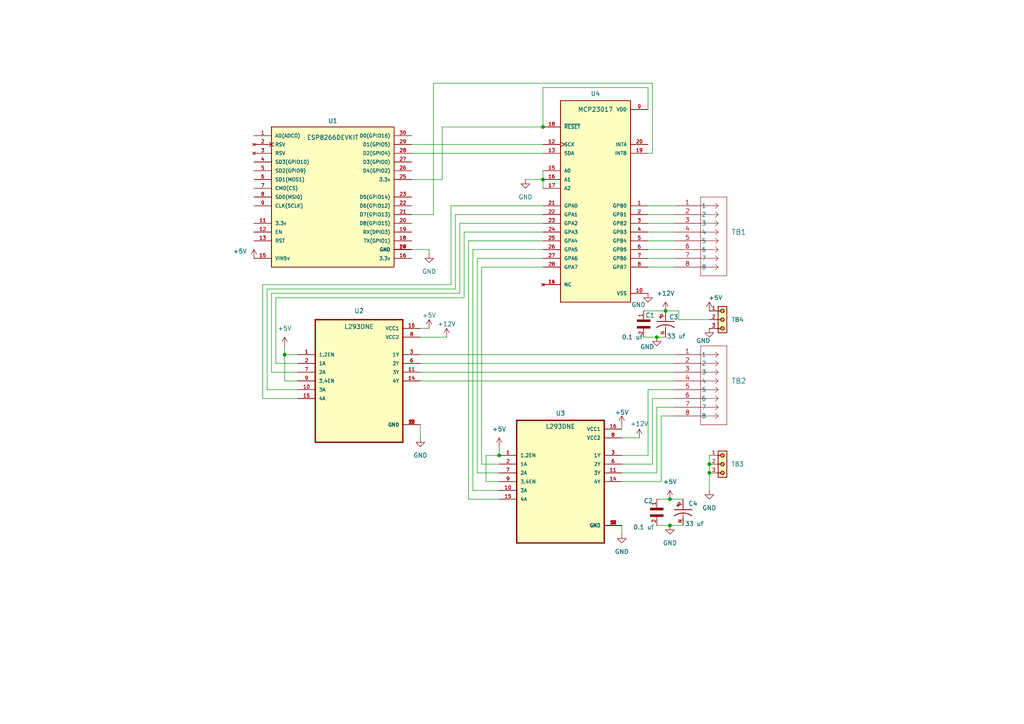
<source format=kicad_sch>
(kicad_sch (version 20250114) (generator "eeschema") (generator_version "9.0")
  (paper "A4")
  (title_block (title "Turnout Controller") (date "03/05/2025") (rev "1.0.0"))
  (lib_symbols
    (symbol "Cap 0.1:UP050B104K-A-BZ" (pin_names (offset 1.016))
      (property "Reference" "C" (at 0 3.8109 0))
      (property "Value" "UP050B104K-A-BZ" (at 0 -5.0885 0))
      (symbol "UP050B104K-A-BZ_0_0"
        (rectangle (start 0 -1.9069) (end 0.635 1.905) (stroke (width 0.1)) (fill (type outline)))
        (rectangle (start 1.9069 -1.9069) (end 2.54 1.905) (stroke (width 0.1)) (fill (type outline)))
        (pin passive line (at -2.54 0 0) (length 2.54) (name "~") (number "1"))
        (pin passive line (at 5.08 0 180) (length 2.54) (name "~") (number "2"))
      )
    )
    (symbol "Cap 33:ECA1CM330B" (pin_names (offset 1.016))
      (property "Reference" "C" (at -2.54 3.81 0))
      (property "Value" "ECA1CM330B" (at -2.54 -5.08 0))
      (symbol "ECA1CM330B_0_0"
        (rectangle (start -1.173 -1.532) (end -0.284 -1.405) (stroke (width 0.1)) (fill (type outline)))
        (rectangle (start -0.792 -1.913) (end -0.665 -1.024) (stroke (width 0.1)) (fill (type outline)))
        (polyline (pts (xy 0 0) (xy 0.508 0)) (stroke (width 0.1524)))
        (polyline (pts (xy 0.508 2.54) (xy 0.508 0)) (stroke (width 0.254)))
        (polyline (pts (xy 0.508 0) (xy 0.508 -2.54)) (stroke (width 0.254)))
        (polyline (pts (xy 2.54 0) (xy 1.524 0)) (stroke (width 0.1524)))
        (arc (start 2.286 -2.54) (mid 1.4851 0) (end 2.286 2.54) (stroke (width 0.254)))
        (pin passive line (at -2.54 0 0) (length 2.54) (name "~") (number "P"))
        (pin passive line (at 5.08 0 180) (length 2.54) (name "~") (number "N"))
      )
    )
    (symbol "Connector 3p:691102710003" (pin_names (offset 1.016))
      (property "Reference" "J" (at -4.88 -0.922 0))
      (symbol "691102710003_0_0"
        (rectangle (start -3.81 -2.54) (end 3.81 0) (stroke (width 0.254)) (fill (type background)))
        (circle (center -2.54 -1.27) (radius 0.508) (stroke (width 0.254)))
        (polyline (pts (xy -2.54 -1.778) (xy -2.54 -2.54)) (stroke (width 0.254)))
        (polyline (pts (xy -2.286 -1.016) (xy -2.794 -1.524)) (stroke (width 0.1524)))
        (circle (center 0 -1.27) (radius 0.508) (stroke (width 0.254)))
        (polyline (pts (xy 0 -1.778) (xy 0 -2.54)) (stroke (width 0.254)))
        (polyline (pts (xy 0.254 -1.016) (xy -0.254 -1.524)) (stroke (width 0.1524)))
        (circle (center 2.54 -1.27) (radius 0.508) (stroke (width 0.254)))
        (polyline (pts (xy 2.54 -1.778) (xy 2.54 -2.54)) (stroke (width 0.254)))
        (polyline (pts (xy 2.794 -1.016) (xy 2.286 -1.524)) (stroke (width 0.1524)))
        (pin passive line (at -2.54 -5.08 90) (length 2.54) (name "~") (number "1"))
        (pin passive line (at 0 -5.08 90) (length 2.54) (name "~") (number "2"))
        (pin passive line (at 2.54 -5.08 90) (length 2.54) (name "~") (number "3"))
      )
    )
    (symbol "Connector 8p:1-282837-2" (pin_names (offset 0.254))
      (property "Reference" "TB" (at 10.16 5.08 0))
      (property "Value" "1-282837-2" (at 11.43 -21.59 0))
      (symbol "1-282837-2_0_1"
        (polyline (pts (xy 7.62 2.54) (xy 7.62 -20.32)) (stroke (width 0.127)))
        (polyline (pts (xy 7.62 0) (xy 12.7 0)) (stroke (width 0.127)))
        (polyline (pts (xy 7.62 -2.54) (xy 12.7 -2.54)) (stroke (width 0.127)))
        (polyline (pts (xy 7.62 -5.08) (xy 12.7 -5.08)) (stroke (width 0.127)))
        (polyline (pts (xy 7.62 -7.62) (xy 12.7 -7.62)) (stroke (width 0.127)))
        (polyline (pts (xy 7.62 -10.16) (xy 12.7 -10.16)) (stroke (width 0.127)))
        (polyline (pts (xy 7.62 -12.7) (xy 12.7 -12.7)) (stroke (width 0.127)))
        (polyline (pts (xy 7.62 -15.24) (xy 12.7 -15.24)) (stroke (width 0.127)))
        (polyline (pts (xy 7.62 -17.78) (xy 12.7 -17.78)) (stroke (width 0.127)))
        (polyline (pts (xy 7.62 -20.32) (xy 15.24 -20.32)) (stroke (width 0.127)))
        (polyline (pts (xy 12.7 0) (xy 11.938 0.762)) (stroke (width 0.127)))
        (polyline (pts (xy 12.7 0) (xy 11.938 -0.762)) (stroke (width 0.127)))
        (polyline (pts (xy 12.7 -2.54) (xy 11.938 -1.778)) (stroke (width 0.127)))
        (polyline (pts (xy 12.7 -2.54) (xy 11.938 -3.302)) (stroke (width 0.127)))
        (polyline (pts (xy 12.7 -5.08) (xy 11.938 -4.318)) (stroke (width 0.127)))
        (polyline (pts (xy 12.7 -5.08) (xy 11.938 -5.842)) (stroke (width 0.127)))
        (polyline (pts (xy 12.7 -7.62) (xy 11.938 -6.858)) (stroke (width 0.127)))
        (polyline (pts (xy 12.7 -7.62) (xy 11.938 -8.382)) (stroke (width 0.127)))
        (polyline (pts (xy 12.7 -10.16) (xy 11.938 -9.398)) (stroke (width 0.127)))
        (polyline (pts (xy 12.7 -10.16) (xy 11.938 -10.922)) (stroke (width 0.127)))
        (polyline (pts (xy 12.7 -12.7) (xy 11.938 -11.938)) (stroke (width 0.127)))
        (polyline (pts (xy 12.7 -12.7) (xy 11.938 -13.462)) (stroke (width 0.127)))
        (polyline (pts (xy 12.7 -15.24) (xy 11.938 -14.478)) (stroke (width 0.127)))
        (polyline (pts (xy 12.7 -15.24) (xy 11.938 -16.002)) (stroke (width 0.127)))
        (polyline (pts (xy 12.7 -17.78) (xy 11.938 -17.018)) (stroke (width 0.127)))
        (polyline (pts (xy 12.7 -17.78) (xy 11.938 -18.542)) (stroke (width 0.127)))
        (polyline (pts (xy 15.24 2.54) (xy 7.62 2.54)) (stroke (width 0.127)))
        (polyline (pts (xy 15.24 -20.32) (xy 15.24 2.54)) (stroke (width 0.127)))
        (pin unspecified line (at 0 0 0) (length 7.62) (name "1") (number "1"))
        (pin unspecified line (at 0 -2.54 0) (length 7.62) (name "2") (number "2"))
        (pin unspecified line (at 0 -5.08 0) (length 7.62) (name "3") (number "3"))
        (pin unspecified line (at 0 -7.62 0) (length 7.62) (name "4") (number "4"))
        (pin unspecified line (at 0 -10.16 0) (length 7.62) (name "5") (number "5"))
        (pin unspecified line (at 0 -12.7 0) (length 7.62) (name "6") (number "6"))
        (pin unspecified line (at 0 -15.24 0) (length 7.62) (name "7") (number "7"))
        (pin unspecified line (at 0 -17.78 0) (length 7.62) (name "8") (number "8"))
      )
    )
    (symbol "ESP8266:ESP8266DEVKITC02DF" (pin_names (offset 1.016))
      (property "Reference" "U" (at -17.78 21.082 0))
      (property "Value" "ESP8266DEVKIT" (at -17.78 -22.86 0))
      (symbol "ESP8266DEVKITC02DF_0_0"
        (rectangle (start -17.78 -20.32) (end 17.78 20.32) (stroke (width 0.254)) (fill (type background)))
        (pin bidirectional line (at -22.86 17.78 0) (length 5.08) (name "AD(ADCO)") (number "1"))
        (pin bidirectional line (at -22.86 10.16 0) (length 5.08) (name "SD3(GPIO10)") (number "4"))
        (pin bidirectional line (at -22.86 7.62 0) (length 5.08) (name "SD2(GPIO9)") (number "5"))
        (pin bidirectional line (at -22.86 5.08 0) (length 5.08) (name "SD1(MOS1)") (number "6"))
        (pin bidirectional line (at -22.86 2.54 0) (length 5.08) (name "CMD(CS)") (number "7"))
        (pin bidirectional line (at -22.86 0 0) (length 5.08) (name "SD0(MSI0)") (number "8"))
        (pin bidirectional line (at -22.86 -2.54 0) (length 5.08) (name "CLK(SCLK)") (number "9"))
        (pin power_in line (at -22.86 -7.62 0) (length 5.08) (name "3.3v") (number "11"))
        (pin input line (at -22.86 -10.16 0) (length 5.08) (name "EN") (number "12"))
        (pin input line (at -22.86 -12.7 0) (length 5.08) (name "RST") (number "13"))
        (pin power_in line (at -22.86 -17.78 0) (length 5.08) (name "VIN5v") (number "15"))
        (pin power_in line (at 22.86 -15.24 180) (length 5.08) (name "GND") (number "10"))
        (pin power_in line (at 22.86 -15.24 180) (length 5.08) (name "GND") (number "14"))
      )
      (symbol "ESP8266DEVKITC02DF_1_0"
        (pin no_connect non_logic (at -22.86 15.24 0) (length 5.08) (name "RSV") (number "2"))
        (pin no_connect line (at -22.86 12.7 0) (length 5.08) (name "RSV") (number "3"))
        (pin bidirectional line (at 22.86 17.78 180) (length 5.08) (name "D0(GPIO16)") (number "30"))
        (pin bidirectional line (at 22.86 15.24 180) (length 5.08) (name "D1(GPIO5)") (number "29"))
        (pin power_in line (at 22.86 12.7 180) (length 5.08) (name "D2(GPIO4)") (number "28"))
        (pin bidirectional line (at 22.86 10.16 180) (length 5.08) (name "D3(GPIO0)") (number "27"))
        (pin bidirectional line (at 22.86 7.62 180) (length 5.08) (name "D4(GPIO2)") (number "26"))
        (pin output line (at 22.86 5.08 180) (length 5.08) (name "3.3v") (number "25"))
        (pin input line (at 22.86 0 180) (length 5.08) (name "D5(GPIO14)") (number "23"))
        (pin bidirectional line (at 22.86 -2.54 180) (length 5.08) (name "D6(GPIO12)") (number "22"))
        (pin bidirectional line (at 22.86 -5.08 180) (length 5.08) (name "D7(GPIO13)") (number "21"))
        (pin bidirectional line (at 22.86 -7.62 180) (length 5.08) (name "D8(GPIO15)") (number "20"))
        (pin input line (at 22.86 -10.16 180) (length 5.08) (name "RX(DPIO3)") (number "19"))
        (pin output line (at 22.86 -12.7 180) (length 5.08) (name "TX(GPIO1)") (number "18"))
        (pin power_in line (at 22.86 -15.24 180) (length 5.08) (name "GND") (number "17"))
        (pin power_in line (at 22.86 -15.24 180) (length 5.08) (name "GND") (number "24"))
        (pin power_in line (at 22.86 -17.78 180) (length 5.08) (name "3.3v") (number "16"))
      )
    )
    (symbol "L293DNE:L293DNE" (pin_names (offset 1.016))
      (property "Reference" "U" (at -12.7 18.78 0))
      (property "Value" "L293DNE" (at -12.7 -21.78 0))
      (symbol "L293DNE_0_0"
        (rectangle (start -12.7 -17.78) (end 12.7 17.78) (stroke (width 0.41)) (fill (type background)))
        (pin input line (at -17.78 7.62 0) (length 5.08) (name "1,2EN") (number "1"))
        (pin input line (at -17.78 5.08 0) (length 5.08) (name "1A") (number "2"))
        (pin input line (at -17.78 2.54 0) (length 5.08) (name "2A") (number "7"))
        (pin input line (at -17.78 0 0) (length 5.08) (name "3,4EN") (number "9"))
        (pin input line (at -17.78 -2.54 0) (length 5.08) (name "3A") (number "10"))
        (pin input line (at -17.78 -5.08 0) (length 5.08) (name "4A") (number "15"))
        (pin power_in line (at 17.78 15.24 180) (length 5.08) (name "VCC1") (number "16"))
        (pin power_in line (at 17.78 12.7 180) (length 5.08) (name "VCC2") (number "8"))
        (pin output line (at 17.78 7.62 180) (length 5.08) (name "1Y") (number "3"))
        (pin output line (at 17.78 5.08 180) (length 5.08) (name "2Y") (number "6"))
        (pin output line (at 17.78 2.54 180) (length 5.08) (name "3Y") (number "11"))
        (pin output line (at 17.78 0 180) (length 5.08) (name "4Y") (number "14"))
        (pin power_in line (at 17.78 -12.7 180) (length 5.08) (name "GND") (number "12"))
        (pin power_in line (at 17.78 -12.7 180) (length 5.08) (name "GND") (number "13"))
        (pin power_in line (at 17.78 -12.7 180) (length 5.08) (name "GND") (number "4"))
        (pin power_in line (at 17.78 -12.7 180) (length 5.08) (name "GND") (number "5"))
      )
    )
    (symbol "MCP23017:MCP23017-E_SP" (pin_names (offset 1.016))
      (property "Reference" "U" (at -10.1794 29.0065 0))
      (property "Value" "MCP23017-E_SP" (at -9.1485 -33.2879 0))
      (symbol "MCP23017-E_SP_0_0"
        (rectangle (start -10.16 -30.48) (end 10.16 27.94) (stroke (width 0.254)) (fill (type background)))
        (pin input line (at -15.24 20.32 0) (length 5.08) (name "~{RESET}") (number "18"))
        (pin input clock (at -15.24 15.24 0) (length 5.08) (name "SCK") (number "12"))
        (pin bidirectional line (at -15.24 12.7 0) (length 5.08) (name "SDA") (number "13"))
        (pin input line (at -15.24 7.62 0) (length 5.08) (name "A0") (number "15"))
        (pin input line (at -15.24 5.08 0) (length 5.08) (name "A1") (number "16"))
        (pin input line (at -15.24 2.54 0) (length 5.08) (name "A2") (number "17"))
        (pin bidirectional line (at -15.24 -2.54 0) (length 5.08) (name "GPA0") (number "21"))
        (pin bidirectional line (at -15.24 -5.08 0) (length 5.08) (name "GPA1") (number "22"))
        (pin bidirectional line (at -15.24 -7.62 0) (length 5.08) (name "GPA2") (number "23"))
        (pin bidirectional line (at -15.24 -10.16 0) (length 5.08) (name "GPA3") (number "24"))
        (pin bidirectional line (at -15.24 -12.7 0) (length 5.08) (name "GPA4") (number "25"))
        (pin bidirectional line (at -15.24 -15.24 0) (length 5.08) (name "GPA5") (number "26"))
        (pin bidirectional line (at -15.24 -17.78 0) (length 5.08) (name "GPA6") (number "27"))
        (pin bidirectional line (at -15.24 -20.32 0) (length 5.08) (name "GPA7") (number "28"))
        (pin no_connect line (at -15.24 -25.4 0) (length 5.08) (name "NC") (number "11"))
        (pin no_connect line (at -15.24 -25.4 0) (length 5.08) (name "NC") (number "14"))
        (pin power_in line (at 15.24 25.4 180) (length 5.08) (name "VDD") (number "9"))
        (pin output line (at 15.24 15.24 180) (length 5.08) (name "INTA") (number "20"))
        (pin output line (at 15.24 12.7 180) (length 5.08) (name "INTB") (number "19"))
        (pin bidirectional line (at 15.24 -2.54 180) (length 5.08) (name "GPB0") (number "1"))
        (pin bidirectional line (at 15.24 -5.08 180) (length 5.08) (name "GPB1") (number "2"))
        (pin bidirectional line (at 15.24 -7.62 180) (length 5.08) (name "GPB2") (number "3"))
        (pin bidirectional line (at 15.24 -10.16 180) (length 5.08) (name "GPB3") (number "4"))
        (pin bidirectional line (at 15.24 -12.7 180) (length 5.08) (name "GPB4") (number "5"))
        (pin bidirectional line (at 15.24 -15.24 180) (length 5.08) (name "GPB5") (number "6"))
        (pin bidirectional line (at 15.24 -17.78 180) (length 5.08) (name "GPB6") (number "7"))
        (pin bidirectional line (at 15.24 -20.32 180) (length 5.08) (name "GPB7") (number "8"))
        (pin power_in line (at 15.24 -27.94 180) (length 5.08) (name "VSS") (number "10"))
      )
    )
    (symbol "power:+12V" (power) (pin_numbers (hide yes)) (pin_names (offset 0) (hide yes))
      (property "Value" "+12V" (at 0 3.556 0))
      (symbol "+12V_0_1"
        (polyline (pts (xy -0.762 1.27) (xy 0 2.54)))
        (polyline (pts (xy 0 2.54) (xy 0.762 1.27)))
        (polyline (pts (xy 0 0) (xy 0 2.54)))
      )
      (symbol "+12V_1_1"
        (pin power_in line (at 0 0 90) (length 0) (name "~") (number "1"))
      )
    )
    (symbol "power:+5V" (power) (pin_numbers (hide yes)) (pin_names (offset 0) (hide yes))
      (property "Value" "+5V" (at 0 3.556 0))
      (symbol "+5V_0_1"
        (polyline (pts (xy -0.762 1.27) (xy 0 2.54)))
        (polyline (pts (xy 0 2.54) (xy 0.762 1.27)))
        (polyline (pts (xy 0 0) (xy 0 2.54)))
      )
      (symbol "+5V_1_1"
        (pin power_in line (at 0 0 90) (length 0) (name "~") (number "1"))
      )
    )
    (symbol "power:GND" (power) (pin_numbers (hide yes)) (pin_names (offset 0) (hide yes))
      (property "Value" "GND" (at 0 -3.81 0))
      (symbol "GND_0_1"
        (polyline (pts (xy 0 0) (xy 0 -1.27) (xy 1.27 -1.27) (xy 0 -2.54) (xy -1.27 -1.27) (xy 0 -1.27)))
      )
      (symbol "GND_1_1"
        (pin power_in line (at 0 0 270) (length 0) (name "~") (number "1"))
      )
    )
  )
  (junction (at 193.04 90.17))
  (junction (at 82.55 102.87))
  (junction (at 194.31 144.78))
  (junction (at 144.78 132.08))
  (junction (at 205.74 134.62))
  (junction (at 157.48 52.07))
  (junction (at 157.48 36.83))
  (junction (at 205.74 137.16))
  (junction (at 190.5 97.79))
  (junction (at 194.31 152.4))
  (wire (pts (xy 190.5 137.16) (xy 180.34 137.16)))
  (wire (pts (xy 82.55 102.87) (xy 82.55 110.49)))
  (wire (pts (xy 196.85 92.71) (xy 205.74 92.71)))
  (wire (pts (xy 138.43 137.16) (xy 144.78 137.16)))
  (wire (pts (xy 195.58 120.65) (xy 191.77 120.65)))
  (wire (pts (xy 205.74 137.16) (xy 205.74 142.24)))
  (wire (pts (xy 195.58 118.11) (xy 190.5 118.11)))
  (wire (pts (xy 82.55 102.87) (xy 86.36 102.87)))
  (wire (pts (xy 125.73 24.13) (xy 189.23 24.13)))
  (wire (pts (xy 180.34 124.46) (xy 180.34 123.19)))
  (wire (pts (xy 195.58 69.85) (xy 187.96 69.85)))
  (wire (pts (xy 139.7 134.62) (xy 144.78 134.62)))
  (wire (pts (xy 186.69 90.17) (xy 193.04 90.17)))
  (wire (pts (xy 196.85 90.17) (xy 196.85 92.71)))
  (wire (pts (xy 119.38 72.39) (xy 124.46 72.39)))
  (wire (pts (xy 193.04 90.17) (xy 196.85 90.17)))
  (wire (pts (xy 189.23 44.45) (xy 187.96 44.45)))
  (wire (pts (xy 134.62 86.36) (xy 80.01 86.36)))
  (wire (pts (xy 140.97 139.7) (xy 144.78 139.7)))
  (wire (pts (xy 128.27 36.83) (xy 157.48 36.83)))
  (wire (pts (xy 195.58 115.57) (xy 189.23 115.57)))
  (wire (pts (xy 140.97 132.08) (xy 140.97 139.7)))
  (wire (pts (xy 157.48 69.85) (xy 135.89 69.85)))
  (wire (pts (xy 189.23 24.13) (xy 189.23 44.45)))
  (wire (pts (xy 133.35 85.09) (xy 133.35 64.77)))
  (wire (pts (xy 195.58 62.23) (xy 187.96 62.23)))
  (wire (pts (xy 205.74 132.08) (xy 205.74 134.62)))
  (wire (pts (xy 82.55 100.33) (xy 82.55 102.87)))
  (wire (pts (xy 134.62 67.31) (xy 134.62 86.36)))
  (wire (pts (xy 135.89 69.85) (xy 135.89 144.78)))
  (wire (pts (xy 180.34 152.4) (xy 180.34 154.94)))
  (wire (pts (xy 180.34 127) (xy 185.42 127)))
  (wire (pts (xy 121.92 105.41) (xy 195.58 105.41)))
  (wire (pts (xy 121.92 110.49) (xy 195.58 110.49)))
  (wire (pts (xy 187.96 25.4) (xy 187.96 31.75)))
  (wire (pts (xy 121.92 95.25) (xy 124.46 95.25)))
  (wire (pts (xy 144.78 132.08) (xy 140.97 132.08)))
  (wire (pts (xy 190.5 152.4) (xy 194.31 152.4)))
  (wire (pts (xy 128.27 52.07) (xy 128.27 36.83)))
  (wire (pts (xy 138.43 74.93) (xy 138.43 137.16)))
  (wire (pts (xy 186.69 97.79) (xy 190.5 97.79)))
  (wire (pts (xy 119.38 62.23) (xy 125.73 62.23)))
  (wire (pts (xy 121.92 97.79) (xy 129.54 97.79)))
  (wire (pts (xy 187.96 113.03) (xy 187.96 132.08)))
  (wire (pts (xy 194.31 152.4) (xy 198.12 152.4)))
  (wire (pts (xy 157.48 25.4) (xy 187.96 25.4)))
  (wire (pts (xy 76.2 115.57) (xy 86.36 115.57)))
  (wire (pts (xy 157.48 59.69) (xy 130.81 59.69)))
  (wire (pts (xy 132.08 62.23) (xy 157.48 62.23)))
  (wire (pts (xy 132.08 83.82) (xy 77.47 83.82)))
  (wire (pts (xy 130.81 59.69) (xy 130.81 82.55)))
  (wire (pts (xy 191.77 120.65) (xy 191.77 139.7)))
  (wire (pts (xy 195.58 59.69) (xy 187.96 59.69)))
  (wire (pts (xy 195.58 77.47) (xy 187.96 77.47)))
  (wire (pts (xy 189.23 115.57) (xy 189.23 134.62)))
  (wire (pts (xy 187.96 132.08) (xy 180.34 132.08)))
  (wire (pts (xy 195.58 64.77) (xy 187.96 64.77)))
  (wire (pts (xy 130.81 82.55) (xy 76.2 82.55)))
  (wire (pts (xy 195.58 74.93) (xy 187.96 74.93)))
  (wire (pts (xy 133.35 85.09) (xy 78.74 85.09)))
  (wire (pts (xy 78.74 107.95) (xy 86.36 107.95)))
  (wire (pts (xy 189.23 134.62) (xy 180.34 134.62)))
  (wire (pts (xy 124.46 72.39) (xy 124.46 73.66)))
  (wire (pts (xy 190.5 118.11) (xy 190.5 137.16)))
  (wire (pts (xy 195.58 72.39) (xy 187.96 72.39)))
  (wire (pts (xy 121.92 123.19) (xy 121.92 127)))
  (wire (pts (xy 157.48 36.83) (xy 157.48 25.4)))
  (wire (pts (xy 152.4 52.07) (xy 157.48 52.07)))
  (wire (pts (xy 157.48 67.31) (xy 134.62 67.31)))
  (wire (pts (xy 80.01 105.41) (xy 86.36 105.41)))
  (wire (pts (xy 119.38 44.45) (xy 157.48 44.45)))
  (wire (pts (xy 132.08 62.23) (xy 132.08 83.82)))
  (wire (pts (xy 190.5 97.79) (xy 193.04 97.79)))
  (wire (pts (xy 135.89 144.78) (xy 144.78 144.78)))
  (wire (pts (xy 76.2 82.55) (xy 76.2 115.57)))
  (wire (pts (xy 121.92 102.87) (xy 195.58 102.87)))
  (wire (pts (xy 191.77 139.7) (xy 180.34 139.7)))
  (wire (pts (xy 157.48 74.93) (xy 138.43 74.93)))
  (wire (pts (xy 205.74 134.62) (xy 205.74 137.16)))
  (wire (pts (xy 121.92 107.95) (xy 195.58 107.95)))
  (wire (pts (xy 119.38 52.07) (xy 128.27 52.07)))
  (wire (pts (xy 77.47 83.82) (xy 77.47 113.03)))
  (wire (pts (xy 157.48 72.39) (xy 137.16 72.39)))
  (wire (pts (xy 144.78 129.54) (xy 144.78 132.08)))
  (wire (pts (xy 119.38 41.91) (xy 157.48 41.91)))
  (wire (pts (xy 157.48 49.53) (xy 157.48 52.07)))
  (wire (pts (xy 139.7 77.47) (xy 139.7 134.62)))
  (wire (pts (xy 157.48 52.07) (xy 157.48 54.61)))
  (wire (pts (xy 137.16 142.24) (xy 144.78 142.24)))
  (wire (pts (xy 195.58 113.03) (xy 187.96 113.03)))
  (wire (pts (xy 195.58 67.31) (xy 187.96 67.31)))
  (wire (pts (xy 125.73 62.23) (xy 125.73 24.13)))
  (wire (pts (xy 133.35 64.77) (xy 157.48 64.77)))
  (wire (pts (xy 77.47 113.03) (xy 86.36 113.03)))
  (wire (pts (xy 137.16 72.39) (xy 137.16 142.24)))
  (wire (pts (xy 157.48 77.47) (xy 139.7 77.47)))
  (wire (pts (xy 194.31 144.78) (xy 198.12 144.78)))
  (wire (pts (xy 190.5 144.78) (xy 194.31 144.78)))
  (wire (pts (xy 80.01 86.36) (xy 80.01 105.41)))
  (wire (pts (xy 78.74 85.09) (xy 78.74 107.95)))
  (wire (pts (xy 82.55 110.49) (xy 86.36 110.49)))
  (symbol (lib_id "power:GND") (at 194.31 152.4 0) (unit 1)
    (property "Reference" "#PWR018" (effects (hide yes)))
    (property "Value" "GND" (at 194.31 157.48 0))
    (property "Description" "Power symbol creates a global label with name \"GND\" , ground" (effects (hide yes)))
  )
  (symbol (lib_id "power:GND") (at 205.74 95.25 0) (unit 1)
    (property "Reference" "#PWR014" (effects (hide yes)))
    (property "Value" "GND" (at 203.962 98.806 0))
    (property "Description" "Power symbol creates a global label with name \"GND\" , ground" (effects (hide yes)))
  )
  (symbol (lib_id "power:GND") (at 187.96 85.09 0) (unit 1)
    (property "Reference" "#PWR03" (effects (hide yes)))
    (property "Value" "GND" (at 185.166 88.392 0))
    (property "Description" "Power symbol creates a global label with name \"GND\" , ground" (effects (hide yes)))
  )
  (symbol (lib_id "power:+5V") (at 205.74 90.17 0) (unit 1)
    (property "Reference" "#PWR016" (effects (hide yes)))
    (property "Value" "+5V" (at 207.518 86.36 0))
    (property "Description" "Power symbol creates a global label with name \"+5V\"" (effects (hide yes)))
  )
  (symbol (lib_id "ESP8266:ESP8266DEVKITC02DF") (at 96.52 57.15 0) (unit 1)
    (property "Reference" "U1" (at 96.52 35.052 0))
    (property "Value" "ESP8266DEVKIT" (at 96.52 39.878 0))
    (property "Footprint" "ESP8266:MODULE_ESP8266DEVKITC02DF" (effects (hide yes)))
    (property "MF" "Espressif Systems" (effects (hide yes)))
    (property "MAXIMUM_PACKAGE_HEIGHT" "10.1mm" (effects (hide yes)))
    (property "Package" "None" (effects (hide yes)))
    (property "Price" "None" (effects (hide yes)))
    (property "Check_prices" "https://www.snapeda.com/parts/ESP8266DEVKITC02DF/Espressif+Systems/view-part/?ref=eda" (effects (hide yes)))
    (property "STANDARD" "Manufacturer Recommendations" (effects (hide yes)))
    (property "PARTREV" "2018.09" (effects (hide yes)))
    (property "SnapEDA_Link" "https://www.snapeda.com/parts/ESP8266DEVKITC02DF/Espressif+Systems/view-part/?ref=snap" (effects (hide yes)))
    (property "MP" "ESP8266DEVKITC02DF" (effects (hide yes)))
    (property "Description_1" "ESP8266, ESP-WROOM-02D - Transceiver; 802.11 b/g/n (Wi-Fi, WiFi, WLAN) 2.4GHz Evaluation Board" (effects (hide yes)))
    (property "Availability" "In Stock" (effects (hide yes)))
    (property "MANUFACTURER" "Espressif Systems" (effects (hide yes)))
  )
  (symbol (lib_id "Connector 8p:1-282837-2") (at 195.58 59.69 0) (unit 1)
    (property "Reference" "TB1" (at 212.09 67.3099 0) (effects (font (size 1.524 1.524)) (justify left)))
    (property "Value" "1-282837-2" (effects (hide yes)))
    (property "Footprint" "Connector 8p:CONN8_1-282837-2_TEC" (effects (hide yes)))
    (property "Datasheet" "1-282837-2" (effects (hide yes)))
  )
  (symbol (lib_id "power:+12V") (at 193.04 90.17 0) (unit 1)
    (property "Reference" "#PWR015" (effects (hide yes)))
    (property "Value" "+12V" (at 193.04 85.09 0))
    (property "Description" "Power symbol creates a global label with name \"+12V\"" (effects (hide yes)))
  )
  (symbol (lib_id "power:+5V") (at 73.66 74.93 0) (unit 1)
    (property "Reference" "#PWR08" (effects (hide yes)))
    (property "Value" "+5V" (at 69.596 72.898 0))
    (property "Description" "Power symbol creates a global label with name \"+5V\"" (effects (hide yes)))
  )
  (symbol (lib_id "Connector 3p:691102710003") (at 210.82 92.71 270) (unit 1)
    (property "Reference" "TB4" (at 212.09 92.7099 90) (effects (justify left)))
    (property "Value" "691102710003" (effects (hide yes)))
    (property "Footprint" "Connector 3p:691102710003" (effects (hide yes)))
    (property "Check_prices" "https://www.snapeda.com/parts/691102710003/Wurth+Electronics/view-part/?ref=eda" (effects (hide yes)))
    (property "WIRE" "22 to 14 (AWG) 0.326 to 2.08 (mm²)" (effects (hide yes)))
    (property "Description_1" "Serie 102 - 5,0mm pitch - Modular THT - Blue - Horizontal cable entry Wire Protector 10mm height - 03p" (effects (hide yes)))
    (property "Package" "None" (effects (hide yes)))
    (property "MOUNT" "THT" (effects (hide yes)))
    (property "IR-VDE" "17.5A" (effects (hide yes)))
    (property "IR-UL" "15A" (effects (hide yes)))
    (property "VALUE" "691102710003" (effects (hide yes)))
    (property "Availability" "In Stock" (effects (hide yes)))
    (property "WORKING-VOLTAGE-UL" "300V(AC)" (effects (hide yes)))
    (property "PART-NUMBER" "691102710003" (effects (hide yes)))
    (property "MF" "Wurth Electronics Inc" (effects (hide yes)))
    (property "DATASHEET-URL" "https://www.we-online.com/catalog/datasheet/691102710003.pdf" (effects (hide yes)))
    (property "MP" "691102710003" (effects (hide yes)))
    (property "PITCH" "5mm" (effects (hide yes)))
    (property "PINS" "3" (effects (hide yes)))
    (property "WORKING-VOLTAGE-VDE" "250V(AC)" (effects (hide yes)))
    (property "TYPE" "Horizontal" (effects (hide yes)))
    (property "Price" "None" (effects (hide yes)))
    (property "SnapEDA_Link" "https://www.snapeda.com/parts/691102710003/Wurth+Electronics/view-part/?ref=snap" (effects (hide yes)))
  )
  (symbol (lib_id "power:GND") (at 124.46 73.66 0) (unit 1)
    (property "Reference" "#PWR04" (effects (hide yes)))
    (property "Value" "GND" (at 124.46 78.74 0))
    (property "Description" "Power symbol creates a global label with name \"GND\" , ground" (effects (hide yes)))
  )
  (symbol (lib_id "Cap 33:ECA1CM330B") (at 198.12 147.32 270) (unit 1)
    (property "Reference" "C4" (at 199.644 146.05 90) (effects (justify left)))
    (property "Value" "33 uf" (at 198.628 151.892 90) (effects (justify left)))
    (property "Footprint" "Cap 33:CAPPRD500W50D500H1100" (effects (hide yes)))
    (property "MF" "Panasonic" (effects (hide yes)))
    (property "b_max" "0.55" (effects (hide yes)))
    (property "DESCRIPTION" "M-A" (effects (hide yes)))
    (property "Package" "RADIAL-2 Panasonic" (effects (hide yes)))
    (property "b_nom" "0.5" (effects (hide yes)))
    (property "Price" "None" (effects (hide yes)))
    (property "Check_prices" "https://www.snapeda.com/parts/ECA1CM330B/Panasonic/view-part/?ref=eda" (effects (hide yes)))
    (property "SnapEDA_Link" "https://www.snapeda.com/parts/ECA1CM330B/Panasonic/view-part/?ref=snap" (effects (hide yes)))
    (property "PARTREV" "20-DEC-19" (effects (hide yes)))
    (property "A_max" "11" (effects (hide yes)))
    (property "MP" "ECA1CM330B" (effects (hide yes)))
    (property "D_nom" "5" (effects (hide yes)))
    (property "e_nom" "5" (effects (hide yes)))
    (property "Availability" "In Stock" (effects (hide yes)))
    (property "Description_1" "CAP ALUM 33UF 20% 16V RADIAL" (effects (hide yes)))
  )
  (symbol (lib_id "Connector 3p:691102710003") (at 210.82 134.62 270) (unit 1)
    (property "Reference" "TB3" (at 212.09 134.6199 90) (effects (justify left)))
    (property "Value" "691102710003" (effects (hide yes)))
    (property "Footprint" "Connector 3p:691102710003" (effects (hide yes)))
    (property "Check_prices" "https://www.snapeda.com/parts/691102710003/Wurth+Electronics/view-part/?ref=eda" (effects (hide yes)))
    (property "WIRE" "22 to 14 (AWG) 0.326 to 2.08 (mm²)" (effects (hide yes)))
    (property "Description_1" "Serie 102 - 5,0mm pitch - Modular THT - Blue - Horizontal cable entry Wire Protector 10mm height - 03p" (effects (hide yes)))
    (property "Package" "None" (effects (hide yes)))
    (property "MOUNT" "THT" (effects (hide yes)))
    (property "IR-VDE" "17.5A" (effects (hide yes)))
    (property "IR-UL" "15A" (effects (hide yes)))
    (property "VALUE" "691102710003" (effects (hide yes)))
    (property "Availability" "In Stock" (effects (hide yes)))
    (property "WORKING-VOLTAGE-UL" "300V(AC)" (effects (hide yes)))
    (property "PART-NUMBER" "691102710003" (effects (hide yes)))
    (property "MF" "Wurth Electronics Inc" (effects (hide yes)))
    (property "DATASHEET-URL" "https://www.we-online.com/catalog/datasheet/691102710003.pdf" (effects (hide yes)))
    (property "MP" "691102710003" (effects (hide yes)))
    (property "PITCH" "5mm" (effects (hide yes)))
    (property "PINS" "3" (effects (hide yes)))
    (property "WORKING-VOLTAGE-VDE" "250V(AC)" (effects (hide yes)))
    (property "TYPE" "Horizontal" (effects (hide yes)))
    (property "Price" "None" (effects (hide yes)))
    (property "SnapEDA_Link" "https://www.snapeda.com/parts/691102710003/Wurth+Electronics/view-part/?ref=snap" (effects (hide yes)))
  )
  (symbol (lib_id "Connector 8p:1-282837-2") (at 195.58 102.87 0) (unit 1)
    (property "Reference" "TB2" (at 212.09 110.4899 0) (effects (font (size 1.524 1.524)) (justify left)))
    (property "Value" "1-282837-2" (effects (hide yes)))
    (property "Footprint" "Connector 8p:CONN8_1-282837-2_TEC" (effects (hide yes)))
    (property "Datasheet" "1-282837-2" (effects (hide yes)))
  )
  (symbol (lib_id "power:GND") (at 205.74 142.24 0) (unit 1)
    (property "Reference" "#PWR013" (effects (hide yes)))
    (property "Value" "GND" (at 205.74 147.32 0))
    (property "Description" "Power symbol creates a global label with name \"GND\" , ground" (effects (hide yes)))
  )
  (symbol (lib_id "power:+5V") (at 124.46 95.25 0) (unit 1)
    (property "Reference" "#PWR07" (effects (hide yes)))
    (property "Value" "+5V" (at 124.46 91.44 0))
    (property "Description" "Power symbol creates a global label with name \"+5V\"" (effects (hide yes)))
  )
  (symbol (lib_id "Cap 0.1:UP050B104K-A-BZ") (at 190.5 147.32 270) (unit 1)
    (property "Reference" "C2" (at 186.69 145.288 90) (effects (justify left)))
    (property "Value" "0.1 uf" (at 183.642 152.908 90) (effects (justify left)))
    (property "Footprint" "Cap 0.1:CAPAD2080W45L320D220" (effects (hide yes)))
    (property "MF" "Taiyo Yuden" (effects (hide yes)))
    (property "SNAPEDA_PACKAGE_ID" "57306" (effects (hide yes)))
    (property "Package" "Axial Taiyo Yuden" (effects (hide yes)))
    (property "Price" "None" (effects (hide yes)))
    (property "Check_prices" "https://www.snapeda.com/parts/UP050B104K-A-BZ/Taiyo+Yuden/view-part/?ref=eda" (effects (hide yes)))
    (property "STANDARD" "IPC 7351B" (effects (hide yes)))
    (property "PARTREV" "2023.06.21" (effects (hide yes)))
    (property "SnapEDA_Link" "https://www.snapeda.com/parts/UP050B104K-A-BZ/Taiyo+Yuden/view-part/?ref=snap" (effects (hide yes)))
    (property "MP" "UP050B104K-A-BZ" (effects (hide yes)))
    (property "Description_1" "Cap Ceramic 0.1uF 50V B 10% Axial 85°C Ammo Pack" (effects (hide yes)))
    (property "MANUFACTURER" "Taiyo Yuden" (effects (hide yes)))
    (property "Availability" "In Stock" (effects (hide yes)))
    (property "MAXIMUM_PACKAGE_HEIGHT" "2.2 mm" (effects (hide yes)))
  )
  (symbol (lib_id "L293DNE:L293DNE") (at 104.14 110.49 0) (unit 1)
    (property "Reference" "U2" (at 104.14 90.17 0))
    (property "Value" "L293DNE" (at 104.14 94.742 0))
    (property "Footprint" "L293DNE:DIP762W45P254L1980H508Q16" (effects (hide yes)))
    (property "MF" "Texas Instruments" (effects (hide yes)))
    (property "Description_1" "Quadruple Half-H Drivers" (effects (hide yes)))
    (property "Package" "PDIP-16 Texas Instruments" (effects (hide yes)))
    (property "Price" "None" (effects (hide yes)))
    (property "SnapEDA_Link" "https://www.snapeda.com/parts/L293DNE/Texas+Instruments/view-part/?ref=snap" (effects (hide yes)))
    (property "MP" "L293DNE" (effects (hide yes)))
    (property "Availability" "In Stock" (effects (hide yes)))
    (property "Check_prices" "https://www.snapeda.com/parts/L293DNE/Texas+Instruments/view-part/?ref=eda" (effects (hide yes)))
  )
  (symbol (lib_id "power:GND") (at 121.92 127 0) (unit 1)
    (property "Reference" "#PWR01" (effects (hide yes)))
    (property "Value" "GND" (at 121.92 132.08 0))
    (property "Description" "Power symbol creates a global label with name \"GND\" , ground" (effects (hide yes)))
  )
  (symbol (lib_id "power:+5V") (at 82.55 100.33 0) (unit 1)
    (property "Reference" "#PWR010" (effects (hide yes)))
    (property "Value" "+5V" (at 82.55 95.25 0))
    (property "Description" "Power symbol creates a global label with name \"+5V\"" (effects (hide yes)))
  )
  (symbol (lib_id "power:+12V") (at 129.54 97.79 0) (unit 1)
    (property "Reference" "#PWR012" (effects (hide yes)))
    (property "Value" "+12V" (at 129.54 93.98 0))
    (property "Description" "Power symbol creates a global label with name \"+12V\"" (effects (hide yes)))
  )
  (symbol (lib_id "power:GND") (at 180.34 154.94 0) (unit 1)
    (property "Reference" "#PWR02" (effects (hide yes)))
    (property "Value" "GND" (at 180.34 160.02 0))
    (property "Description" "Power symbol creates a global label with name \"GND\" , ground" (effects (hide yes)))
  )
  (symbol (lib_id "power:+12V") (at 185.42 127 0) (unit 1)
    (property "Reference" "#PWR011" (effects (hide yes)))
    (property "Value" "+12V" (at 185.42 122.936 0))
    (property "Description" "Power symbol creates a global label with name \"+12V\"" (effects (hide yes)))
  )
  (symbol (lib_id "Cap 0.1:UP050B104K-A-BZ") (at 186.69 92.71 270) (unit 1)
    (property "Reference" "C1" (at 187.198 91.44 90) (effects (justify left)))
    (property "Value" "0.1 uf" (at 180.34 97.79 90) (effects (justify left)))
    (property "Footprint" "Cap 0.1:CAPAD2080W45L320D220" (effects (hide yes)))
    (property "MF" "Taiyo Yuden" (effects (hide yes)))
    (property "SNAPEDA_PACKAGE_ID" "57306" (effects (hide yes)))
    (property "Package" "Axial Taiyo Yuden" (effects (hide yes)))
    (property "Price" "None" (effects (hide yes)))
    (property "Check_prices" "https://www.snapeda.com/parts/UP050B104K-A-BZ/Taiyo+Yuden/view-part/?ref=eda" (effects (hide yes)))
    (property "STANDARD" "IPC 7351B" (effects (hide yes)))
    (property "PARTREV" "2023.06.21" (effects (hide yes)))
    (property "SnapEDA_Link" "https://www.snapeda.com/parts/UP050B104K-A-BZ/Taiyo+Yuden/view-part/?ref=snap" (effects (hide yes)))
    (property "MP" "UP050B104K-A-BZ" (effects (hide yes)))
    (property "Description_1" "Cap Ceramic 0.1uF 50V B 10% Axial 85°C Ammo Pack" (effects (hide yes)))
    (property "MANUFACTURER" "Taiyo Yuden" (effects (hide yes)))
    (property "Availability" "In Stock" (effects (hide yes)))
    (property "MAXIMUM_PACKAGE_HEIGHT" "2.2 mm" (effects (hide yes)))
  )
  (symbol (lib_id "Cap 33:ECA1CM330B") (at 193.04 92.71 270) (unit 1)
    (property "Reference" "C3" (at 194.056 91.948 90) (effects (justify left)))
    (property "Value" "33 uf" (at 196.088 97.536 90))
    (property "Footprint" "Cap 33:CAPPRD500W50D500H1100" (effects (hide yes)))
    (property "MF" "Panasonic" (effects (hide yes)))
    (property "b_max" "0.55" (effects (hide yes)))
    (property "DESCRIPTION" "M-A" (effects (hide yes)))
    (property "Package" "RADIAL-2 Panasonic" (effects (hide yes)))
    (property "b_nom" "0.5" (effects (hide yes)))
    (property "Price" "None" (effects (hide yes)))
    (property "Check_prices" "https://www.snapeda.com/parts/ECA1CM330B/Panasonic/view-part/?ref=eda" (effects (hide yes)))
    (property "SnapEDA_Link" "https://www.snapeda.com/parts/ECA1CM330B/Panasonic/view-part/?ref=snap" (effects (hide yes)))
    (property "PARTREV" "20-DEC-19" (effects (hide yes)))
    (property "A_max" "11" (effects (hide yes)))
    (property "MP" "ECA1CM330B" (effects (hide yes)))
    (property "D_nom" "5" (effects (hide yes)))
    (property "e_nom" "5" (effects (hide yes)))
    (property "Availability" "In Stock" (effects (hide yes)))
    (property "Description_1" "CAP ALUM 33UF 20% 16V RADIAL" (effects (hide yes)))
  )
  (symbol (lib_id "L293DNE:L293DNE") (at 162.56 139.7 0) (unit 1)
    (property "Reference" "U3" (at 162.56 119.888 0))
    (property "Value" "L293DNE" (at 162.56 123.698 0))
    (property "Footprint" "L293DNE:DIP762W45P254L1980H508Q16" (effects (hide yes)))
    (property "MF" "Texas Instruments" (effects (hide yes)))
    (property "Description_1" "Quadruple Half-H Drivers" (effects (hide yes)))
    (property "Package" "PDIP-16 Texas Instruments" (effects (hide yes)))
    (property "Price" "None" (effects (hide yes)))
    (property "SnapEDA_Link" "https://www.snapeda.com/parts/L293DNE/Texas+Instruments/view-part/?ref=snap" (effects (hide yes)))
    (property "MP" "L293DNE" (effects (hide yes)))
    (property "Availability" "In Stock" (effects (hide yes)))
    (property "Check_prices" "https://www.snapeda.com/parts/L293DNE/Texas+Instruments/view-part/?ref=eda" (effects (hide yes)))
  )
  (symbol (lib_id "power:GND") (at 152.4 52.07 0) (unit 1)
    (property "Reference" "#PWR05" (effects (hide yes)))
    (property "Value" "GND" (at 152.4 57.15 0))
    (property "Description" "Power symbol creates a global label with name \"GND\" , ground" (effects (hide yes)))
  )
  (symbol (lib_id "power:+5V") (at 180.34 123.19 0) (unit 1)
    (property "Reference" "#PWR06" (effects (hide yes)))
    (property "Value" "+5V" (at 180.34 119.634 0))
    (property "Description" "Power symbol creates a global label with name \"+5V\"" (effects (hide yes)))
  )
  (symbol (lib_id "power:GND") (at 190.5 97.79 0) (unit 1)
    (property "Reference" "#PWR017" (effects (hide yes)))
    (property "Value" "GND" (at 187.706 100.584 0))
    (property "Description" "Power symbol creates a global label with name \"GND\" , ground" (effects (hide yes)))
  )
  (symbol (lib_id "power:+5V") (at 144.78 129.54 0) (unit 1)
    (property "Reference" "#PWR09" (effects (hide yes)))
    (property "Value" "+5V" (at 144.78 124.46 0))
    (property "Description" "Power symbol creates a global label with name \"+5V\"" (effects (hide yes)))
  )
  (symbol (lib_id "power:+5V") (at 194.31 144.78 0) (unit 1)
    (property "Reference" "#PWR019" (effects (hide yes)))
    (property "Value" "+5V" (at 194.31 139.7 0))
    (property "Description" "Power symbol creates a global label with name \"+5V\"" (effects (hide yes)))
  )
  (symbol (lib_id "MCP23017:MCP23017-E_SP") (at 172.72 57.15 0) (unit 1)
    (property "Reference" "U4" (at 172.72 27.178 0))
    (property "Value" "MCP23017" (at 172.72 31.75 0))
    (property "Footprint" "MCP23017:DIP787W45P254L3556H508Q28" (effects (hide yes)))
    (property "MF" "Microchip Technology" (effects (hide yes)))
    (property "SNAPEDA_PACKAGE_ID" "22889" (effects (hide yes)))
    (property "Package" "DIP-28 Microchip" (effects (hide yes)))
    (property "Price" "None" (effects (hide yes)))
    (property "Check_prices" "https://www.snapeda.com/parts/MCP23017-E/SP/Microchip/view-part/?ref=eda" (effects (hide yes)))
    (property "STANDARD" "IPC 7351B" (effects (hide yes)))
    (property "PARTREV" "D" (effects (hide yes)))
    (property "SnapEDA_Link" "https://www.snapeda.com/parts/MCP23017-E/SP/Microchip/view-part/?ref=snap" (effects (hide yes)))
    (property "MP" "MCP23017-E/SP" (effects (hide yes)))
    (property "Description_1" "I/O Port Expander 16-Bit I2C I'face SDIP-28 | Microchip Technology Inc. MCP23017-E/SP" (effects (hide yes)))
    (property "MANUFACTURER" "Microchip" (effects (hide yes)))
    (property "Availability" "In Stock" (effects (hide yes)))
    (property "MAXIMUM_PACKAGE_HEIGHT" "5.08mm" (effects (hide yes)))
  )
)
</source>
